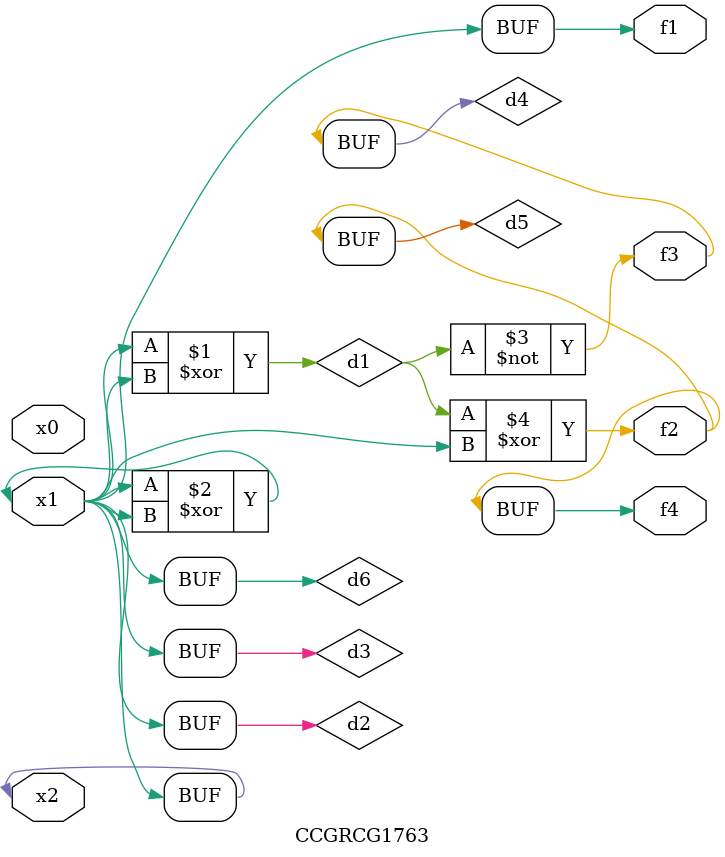
<source format=v>
module CCGRCG1763(
	input x0, x1, x2,
	output f1, f2, f3, f4
);

	wire d1, d2, d3, d4, d5, d6;

	xor (d1, x1, x2);
	buf (d2, x1, x2);
	xor (d3, x1, x2);
	nor (d4, d1);
	xor (d5, d1, d2);
	buf (d6, d2, d3);
	assign f1 = d6;
	assign f2 = d5;
	assign f3 = d4;
	assign f4 = d5;
endmodule

</source>
